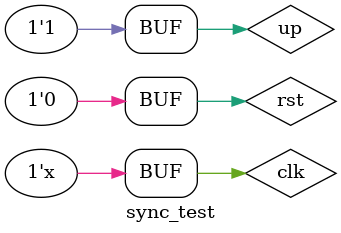
<source format=v>
`timescale 1ns / 1ps


module sync_test();
reg clk,rst,up;
wire [3:0]count;
sync_counter s1(clk,rst,up,count);
always #15 clk=~clk;
initial
begin
clk=0;rst=1;up=0; #50;
clk=0;rst=1;up=1; #50;

clk=1;rst=0;up=0; #600;
clk=1;rst=0;up=1; #600;


end



endmodule

</source>
